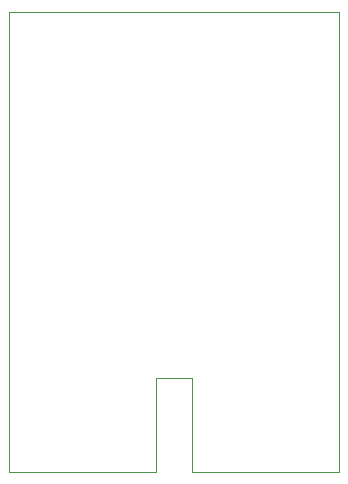
<source format=gm1>
G04 #@! TF.GenerationSoftware,KiCad,Pcbnew,(5.1.5-0-10_14)*
G04 #@! TF.CreationDate,2021-01-17T15:25:25+09:00*
G04 #@! TF.ProjectId,EnvMon,456e764d-6f6e-42e6-9b69-6361645f7063,2.1*
G04 #@! TF.SameCoordinates,Original*
G04 #@! TF.FileFunction,Profile,NP*
%FSLAX46Y46*%
G04 Gerber Fmt 4.6, Leading zero omitted, Abs format (unit mm)*
G04 Created by KiCad (PCBNEW (5.1.5-0-10_14)) date 2021-01-17 15:25:25*
%MOMM*%
%LPD*%
G04 APERTURE LIST*
%ADD10C,0.050000*%
G04 APERTURE END LIST*
D10*
X-14000000Y-39000000D02*
X-14000000Y0D01*
X-1500000Y-39000000D02*
X-14000000Y-39000000D01*
X-1500000Y-31000000D02*
X-1500000Y-39000000D01*
X1500000Y-31000000D02*
X-1500000Y-31000000D01*
X1500000Y-39000000D02*
X1500000Y-31000000D01*
X14000000Y-39000000D02*
X1500000Y-39000000D01*
X14000000Y0D02*
X14000000Y-39000000D01*
X-14000000Y0D02*
X14000000Y0D01*
M02*

</source>
